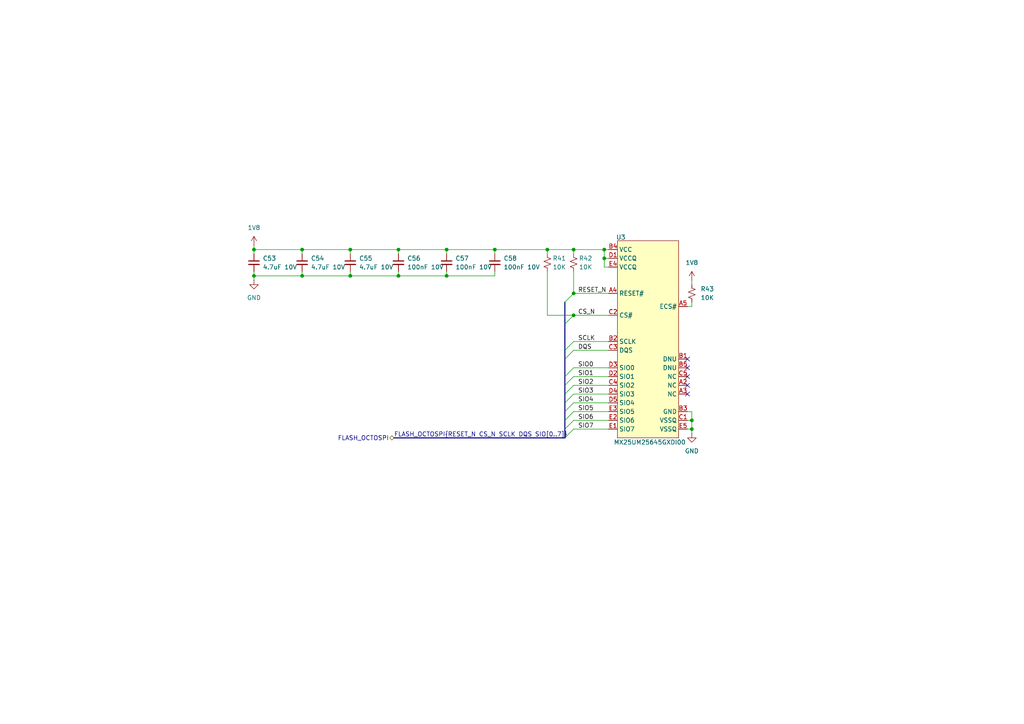
<source format=kicad_sch>
(kicad_sch (version 20250114) (generator "eeschema") (generator_version "9.0")
  (paper "A4")
  (lib_symbols
    (symbol "Device:C_Small" (pin_numbers (hide yes)) (pin_names (offset 0.254) (hide yes))
      (property "Reference" "C" (at 0.254 1.778 0))
      (property "Value" "C_Small" (at 0.254 -2.032 0))
      (symbol "C_Small_0_1"
        (polyline (pts (xy -1.524 0.508) (xy 1.524 0.508)) (stroke (width 0.3048)))
        (polyline (pts (xy -1.524 -0.508) (xy 1.524 -0.508)) (stroke (width 0.3302)))
      )
      (symbol "C_Small_1_1"
        (pin passive line (at 0 2.54 270) (length 2.032) (name "~") (number "1"))
        (pin passive line (at 0 -2.54 90) (length 2.032) (name "~") (number "2"))
      )
    )
    (symbol "Device:R_Small_US" (pin_numbers (hide yes)) (pin_names (offset 0.254) (hide yes))
      (property "Reference" "R" (at 0.762 0.508 0))
      (property "Value" "R_Small_US" (at 0.762 -1.016 0))
      (symbol "R_Small_US_1_1"
        (polyline (pts (xy 0 1.524) (xy 1.016 1.143) (xy 0 0.762) (xy -1.016 0.381) (xy 0 0)))
        (polyline (pts (xy 0 0) (xy 1.016 -0.381) (xy 0 -0.762) (xy -1.016 -1.143) (xy 0 -1.524)))
        (pin passive line (at 0 2.54 270) (length 1.016) (name "~") (number "1"))
        (pin passive line (at 0 -2.54 90) (length 1.016) (name "~") (number "2"))
      )
    )
    (symbol "MX25UM25645GXDI00_1"
      (property "Reference" "U" (at 0.508 0 0))
      (property "Value" "MX25UM25645GXDI00" (at 9.144 -59.69 0))
      (symbol "MX25UM25645GXDI00_1_0_1"
        (rectangle (start 0 -1.27) (end 17.78 -58.42) (fill (type background)))
      )
      (symbol "MX25UM25645GXDI00_1_1_1"
        (pin power_in line (at -2.54 -3.81 0) (length 2.54) (name "VCC") (number "B4"))
        (pin power_in line (at -2.54 -6.35 0) (length 2.54) (name "VCCQ") (number "D1"))
        (pin power_in line (at -2.54 -8.89 0) (length 2.54) (name "VCCQ") (number "E4"))
        (pin input line (at -2.54 -16.51 0) (length 2.54) (name "RESET#") (number "A4"))
        (pin input line (at -2.54 -22.86 0) (length 2.54) (name "CS#") (number "C2"))
        (pin input line (at -2.54 -30.48 0) (length 2.54) (name "SCLK") (number "B2"))
        (pin input line (at -2.54 -33.02 0) (length 2.54) (name "DQS") (number "C3"))
        (pin bidirectional line (at -2.54 -38.1 0) (length 2.54) (name "SIO0") (number "D3"))
        (pin bidirectional line (at -2.54 -40.64 0) (length 2.54) (name "SIO1") (number "D2"))
        (pin bidirectional line (at -2.54 -43.18 0) (length 2.54) (name "SIO2") (number "C4"))
        (pin bidirectional line (at -2.54 -45.72 0) (length 2.54) (name "SIO3") (number "D4"))
        (pin bidirectional line (at -2.54 -48.26 0) (length 2.54) (name "SIO4") (number "D5"))
        (pin bidirectional line (at -2.54 -50.8 0) (length 2.54) (name "SIO5") (number "E3"))
        (pin bidirectional line (at -2.54 -53.34 0) (length 2.54) (name "SIO6") (number "E2"))
        (pin bidirectional line (at -2.54 -55.88 0) (length 2.54) (name "SIO7") (number "E1"))
        (pin input line (at 20.32 -20.32 180) (length 2.54) (name "ECS#") (number "A5"))
        (pin passive line (at 20.32 -35.56 180) (length 2.54) (name "DNU") (number "B1"))
        (pin passive line (at 20.32 -38.1 180) (length 2.54) (name "DNU") (number "B5"))
        (pin passive line (at 20.32 -40.64 180) (length 2.54) (name "NC") (number "C5"))
        (pin passive line (at 20.32 -43.18 180) (length 2.54) (name "NC") (number "A2"))
        (pin passive line (at 20.32 -45.72 180) (length 2.54) (name "NC") (number "A3"))
        (pin power_in line (at 20.32 -50.8 180) (length 2.54) (name "GND") (number "B3"))
        (pin power_in line (at 20.32 -53.34 180) (length 2.54) (name "VSSQ") (number "C1"))
        (pin power_in line (at 20.32 -55.88 180) (length 2.54) (name "VSSQ") (number "E5"))
      )
    )
    (symbol "power:GND" (power) (pin_numbers (hide yes)) (pin_names (offset 0) (hide yes))
      (property "Value" "GND" (at 0 -3.81 0))
      (symbol "GND_0_1"
        (polyline (pts (xy 0 0) (xy 0 -1.27) (xy 1.27 -1.27) (xy 0 -2.54) (xy -1.27 -1.27) (xy 0 -1.27)))
      )
      (symbol "GND_1_1"
        (pin power_in line (at 0 0 270) (length 0) (name "~") (number "1"))
      )
    )
    (symbol "power:VCC" (power) (pin_numbers (hide yes)) (pin_names (offset 0) (hide yes))
      (property "Value" "VCC" (at 0 3.556 0))
      (symbol "VCC_0_1"
        (polyline (pts (xy -0.762 1.27) (xy 0 2.54)))
        (polyline (pts (xy 0 2.54) (xy 0.762 1.27)))
        (polyline (pts (xy 0 0) (xy 0 2.54)))
      )
      (symbol "VCC_1_1"
        (pin power_in line (at 0 0 90) (length 0) (name "~") (number "1"))
      )
    )
  )
  (junction (at 73.66 72.39))
  (junction (at 158.75 72.39))
  (junction (at 175.26 74.93))
  (junction (at 115.57 72.39))
  (junction (at 166.37 85.09))
  (junction (at 73.66 80.01))
  (junction (at 200.66 124.46))
  (junction (at 87.63 72.39))
  (junction (at 101.6 80.01))
  (junction (at 166.37 91.44))
  (junction (at 143.51 72.39))
  (junction (at 101.6 72.39))
  (junction (at 166.37 72.39))
  (junction (at 200.66 121.92))
  (junction (at 115.57 80.01))
  (junction (at 175.26 72.39))
  (junction (at 129.54 72.39))
  (junction (at 129.54 80.01))
  (junction (at 87.63 80.01))
  (no_connect (at 199.39 114.3))
  (no_connect (at 199.39 111.76))
  (no_connect (at 199.39 109.22))
  (no_connect (at 199.39 106.68))
  (no_connect (at 199.39 104.14))
  (bus_entry (at 166.37 91.44) (size -2.54 2.54))
  (bus_entry (at 166.37 116.84) (size -2.54 2.54))
  (bus_entry (at 166.37 85.09) (size -2.54 2.54))
  (bus_entry (at 166.37 111.76) (size -2.54 2.54))
  (bus_entry (at 166.37 124.46) (size -2.54 2.54))
  (bus_entry (at 166.37 101.6) (size -2.54 2.54))
  (bus_entry (at 166.37 119.38) (size -2.54 2.54))
  (bus_entry (at 166.37 99.06) (size -2.54 2.54))
  (bus_entry (at 166.37 109.22) (size -2.54 2.54))
  (bus_entry (at 166.37 121.92) (size -2.54 2.54))
  (bus_entry (at 166.37 114.3) (size -2.54 2.54))
  (bus_entry (at 166.37 106.68) (size -2.54 2.54))
  (bus (pts (xy 114.3 127) (xy 163.83 127)))
  (wire (pts (xy 166.37 91.44) (xy 176.53 91.44)))
  (wire (pts (xy 175.26 74.93) (xy 176.53 74.93)))
  (wire (pts (xy 101.6 80.01) (xy 115.57 80.01)))
  (wire (pts (xy 166.37 114.3) (xy 176.53 114.3)))
  (wire (pts (xy 166.37 72.39) (xy 175.26 72.39)))
  (wire (pts (xy 129.54 80.01) (xy 143.51 80.01)))
  (wire (pts (xy 73.66 71.12) (xy 73.66 72.39)))
  (wire (pts (xy 166.37 109.22) (xy 176.53 109.22)))
  (wire (pts (xy 166.37 119.38) (xy 176.53 119.38)))
  (wire (pts (xy 129.54 78.74) (xy 129.54 80.01)))
  (wire (pts (xy 200.66 124.46) (xy 200.66 125.73)))
  (wire (pts (xy 199.39 124.46) (xy 200.66 124.46)))
  (wire (pts (xy 200.66 81.28) (xy 200.66 82.55)))
  (wire (pts (xy 115.57 72.39) (xy 115.57 73.66)))
  (bus (pts (xy 163.83 114.3) (xy 163.83 116.84)))
  (bus (pts (xy 163.83 124.46) (xy 163.83 127)))
  (bus (pts (xy 163.83 119.38) (xy 163.83 121.92)))
  (wire (pts (xy 158.75 91.44) (xy 166.37 91.44)))
  (bus (pts (xy 163.83 111.76) (xy 163.83 114.3)))
  (wire (pts (xy 73.66 72.39) (xy 87.63 72.39)))
  (wire (pts (xy 101.6 72.39) (xy 115.57 72.39)))
  (wire (pts (xy 87.63 72.39) (xy 87.63 73.66)))
  (bus (pts (xy 163.83 121.92) (xy 163.83 124.46)))
  (wire (pts (xy 129.54 72.39) (xy 129.54 73.66)))
  (wire (pts (xy 166.37 106.68) (xy 176.53 106.68)))
  (wire (pts (xy 175.26 72.39) (xy 176.53 72.39)))
  (wire (pts (xy 166.37 85.09) (xy 176.53 85.09)))
  (wire (pts (xy 158.75 73.66) (xy 158.75 72.39)))
  (wire (pts (xy 200.66 121.92) (xy 200.66 124.46)))
  (wire (pts (xy 166.37 111.76) (xy 176.53 111.76)))
  (bus (pts (xy 163.83 93.98) (xy 163.83 101.6)))
  (bus (pts (xy 163.83 116.84) (xy 163.83 119.38)))
  (wire (pts (xy 73.66 80.01) (xy 73.66 81.28)))
  (bus (pts (xy 163.83 101.6) (xy 163.83 104.14)))
  (bus (pts (xy 163.83 87.63) (xy 163.83 93.98)))
  (wire (pts (xy 87.63 80.01) (xy 87.63 78.74)))
  (bus (pts (xy 163.83 109.22) (xy 163.83 111.76)))
  (bus (pts (xy 163.83 104.14) (xy 163.83 109.22)))
  (wire (pts (xy 115.57 80.01) (xy 129.54 80.01)))
  (wire (pts (xy 166.37 124.46) (xy 176.53 124.46)))
  (wire (pts (xy 166.37 72.39) (xy 166.37 73.66)))
  (wire (pts (xy 73.66 78.74) (xy 73.66 80.01)))
  (wire (pts (xy 166.37 85.09) (xy 166.37 78.74)))
  (wire (pts (xy 129.54 72.39) (xy 143.51 72.39)))
  (wire (pts (xy 87.63 72.39) (xy 101.6 72.39)))
  (wire (pts (xy 175.26 74.93) (xy 175.26 77.47)))
  (wire (pts (xy 199.39 121.92) (xy 200.66 121.92)))
  (wire (pts (xy 143.51 72.39) (xy 158.75 72.39)))
  (wire (pts (xy 87.63 80.01) (xy 101.6 80.01)))
  (wire (pts (xy 166.37 116.84) (xy 176.53 116.84)))
  (wire (pts (xy 200.66 87.63) (xy 200.66 88.9)))
  (wire (pts (xy 166.37 99.06) (xy 176.53 99.06)))
  (wire (pts (xy 166.37 101.6) (xy 176.53 101.6)))
  (wire (pts (xy 200.66 88.9) (xy 199.39 88.9)))
  (wire (pts (xy 158.75 72.39) (xy 166.37 72.39)))
  (wire (pts (xy 115.57 78.74) (xy 115.57 80.01)))
  (wire (pts (xy 115.57 72.39) (xy 129.54 72.39)))
  (wire (pts (xy 73.66 80.01) (xy 87.63 80.01)))
  (wire (pts (xy 158.75 91.44) (xy 158.75 78.74)))
  (wire (pts (xy 166.37 121.92) (xy 176.53 121.92)))
  (wire (pts (xy 73.66 72.39) (xy 73.66 73.66)))
  (wire (pts (xy 175.26 77.47) (xy 176.53 77.47)))
  (wire (pts (xy 200.66 119.38) (xy 200.66 121.92)))
  (wire (pts (xy 175.26 72.39) (xy 175.26 74.93)))
  (wire (pts (xy 143.51 80.01) (xy 143.51 78.74)))
  (wire (pts (xy 101.6 78.74) (xy 101.6 80.01)))
  (wire (pts (xy 101.6 72.39) (xy 101.6 73.66)))
  (wire (pts (xy 143.51 72.39) (xy 143.51 73.66)))
  (wire (pts (xy 199.39 119.38) (xy 200.66 119.38)))
  (label "SIO4" (at 167.64 116.84 0))
  (label "SIO3" (at 167.64 114.3 0))
  (label "SIO1" (at 167.64 109.22 0))
  (label "SIO6" (at 167.64 121.92 0))
  (label "SIO7" (at 167.64 124.46 0))
  (label "SIO2" (at 167.64 111.76 0))
  (label "DQS" (at 167.64 101.6 0))
  (label "FLASH_OCTOSPI{RESET_N CS_N SCLK DQS SIO[0..7]}" (at 114.3 127 0))
  (label "CS_N" (at 167.64 91.44 0))
  (label "SIO5" (at 167.64 119.38 0))
  (label "SIO0" (at 167.64 106.68 0))
  (label "RESET_N" (at 167.64 85.09 0))
  (label "SCLK" (at 167.64 99.06 0))
  (hierarchical_label "FLASH_OCTOSPI" (shape bidirectional) (at 114.3 127 180))
  (symbol (lib_id "Device:C_Small") (at 73.66 76.2 0) (unit 1)
    (property "Reference" "C53" (at 76.2 74.9362 0) (effects (justify left)))
    (property "Value" "4.7uF 10V" (at 76.2 77.4762 0) (effects (justify left)))
    (property "Description" "Unpolarized capacitor, small symbol" (effects (hide yes)))
  )
  (symbol (lib_id "Device:C_Small") (at 129.54 76.2 0) (unit 1)
    (property "Reference" "C57" (at 132.08 74.9362 0) (effects (justify left)))
    (property "Value" "100nF 10V" (at 132.08 77.4762 0) (effects (justify left)))
    (property "Description" "Unpolarized capacitor, small symbol" (effects (hide yes)))
  )
  (symbol (lib_id "power:GND") (at 200.66 125.73 0) (unit 1)
    (property "Reference" "#PWR088" (effects (hide yes)))
    (property "Value" "GND" (at 200.66 130.81 0))
    (property "Description" "Power symbol creates a global label with name \"GND\" , ground" (effects (hide yes)))
  )
  (symbol (lib_id "Device:C_Small") (at 143.51 76.2 0) (unit 1)
    (property "Reference" "C58" (at 146.05 74.9362 0) (effects (justify left)))
    (property "Value" "100nF 10V" (at 146.05 77.4762 0) (effects (justify left)))
    (property "Description" "Unpolarized capacitor, small symbol" (effects (hide yes)))
  )
  (symbol (lib_id "Device:R_Small_US") (at 166.37 76.2 0) (unit 1)
    (property "Reference" "R42" (at 167.894 74.93 0) (effects (justify left)))
    (property "Value" "10K" (at 167.894 77.47 0) (effects (justify left)))
    (property "Description" "Resistor, small US symbol" (effects (hide yes)))
  )
  (symbol (lib_id "Device:C_Small") (at 101.6 76.2 0) (unit 1)
    (property "Reference" "C55" (at 104.14 74.9362 0) (effects (justify left)))
    (property "Value" "4.7uF 10V" (at 104.14 77.4762 0) (effects (justify left)))
    (property "Description" "Unpolarized capacitor, small symbol" (effects (hide yes)))
  )
  (symbol (lib_id "Device:C_Small") (at 87.63 76.2 0) (unit 1)
    (property "Reference" "C54" (at 90.17 74.9362 0) (effects (justify left)))
    (property "Value" "4.7uF 10V" (at 90.17 77.4762 0) (effects (justify left)))
    (property "Description" "Unpolarized capacitor, small symbol" (effects (hide yes)))
  )
  (symbol (lib_id "Device:C_Small") (at 115.57 76.2 0) (unit 1)
    (property "Reference" "C56" (at 118.11 74.9362 0) (effects (justify left)))
    (property "Value" "100nF 10V" (at 118.11 77.4762 0) (effects (justify left)))
    (property "Description" "Unpolarized capacitor, small symbol" (effects (hide yes)))
  )
  (symbol (lib_id "power:VCC") (at 73.66 71.12 0) (unit 1)
    (property "Reference" "#PWR085" (effects (hide yes)))
    (property "Value" "1V8" (at 73.66 66.04 0))
    (property "Description" "Power symbol creates a global label with name \"VCC\"" (effects (hide yes)))
  )
  (symbol (lib_id "power:GND") (at 73.66 81.28 0) (unit 1)
    (property "Reference" "#PWR086" (effects (hide yes)))
    (property "Value" "GND" (at 73.66 86.36 0))
    (property "Description" "Power symbol creates a global label with name \"GND\" , ground" (effects (hide yes)))
  )
  (symbol (lib_name "MX25UM25645GXDI00_1") (lib_id "symbol-library:MX25UM25645GXDI00") (at 179.07 68.58 0) (unit 1)
    (property "Reference" "U3" (at 180.086 68.834 0))
    (property "Value" "MX25UM25645GXDI00" (at 188.468 128.27 0))
    (property "Footprint" "footprint-library:MX25UM25645GXDI00" (effects (hide yes)))
  )
  (symbol (lib_id "Device:R_Small_US") (at 200.66 85.09 0) (unit 1)
    (property "Reference" "R43" (at 203.2 83.8199 0) (effects (justify left)))
    (property "Value" "10K" (at 203.2 86.3599 0) (effects (justify left)))
    (property "Description" "Resistor, small US symbol" (effects (hide yes)))
  )
  (symbol (lib_id "Device:R_Small_US") (at 158.75 76.2 0) (unit 1)
    (property "Reference" "R41" (at 160.274 74.93 0) (effects (justify left)))
    (property "Value" "10K" (at 160.274 77.47 0) (effects (justify left)))
    (property "Description" "Resistor, small US symbol" (effects (hide yes)))
  )
  (symbol (lib_id "power:VCC") (at 200.66 81.28 0) (unit 1)
    (property "Reference" "#PWR087" (effects (hide yes)))
    (property "Value" "1V8" (at 200.66 76.2 0))
    (property "Description" "Power symbol creates a global label with name \"VCC\"" (effects (hide yes)))
  )
)
</source>
